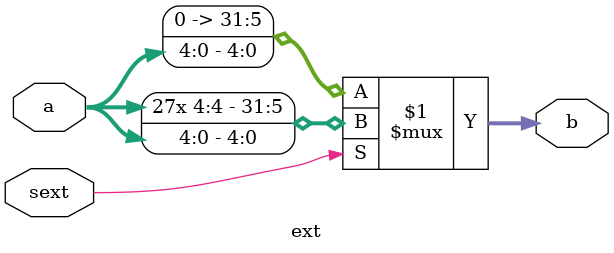
<source format=v>
`timescale 1ns / 1ps
module ext #(parameter WIDTH = 5)(
		input [WIDTH - 1:0] a,
		input sext,
		output [31:0] b
    );

assign b = sext ? {{(32 - WIDTH){a[WIDTH - 1]}}, a} : {27'b0, a};
endmodule

</source>
